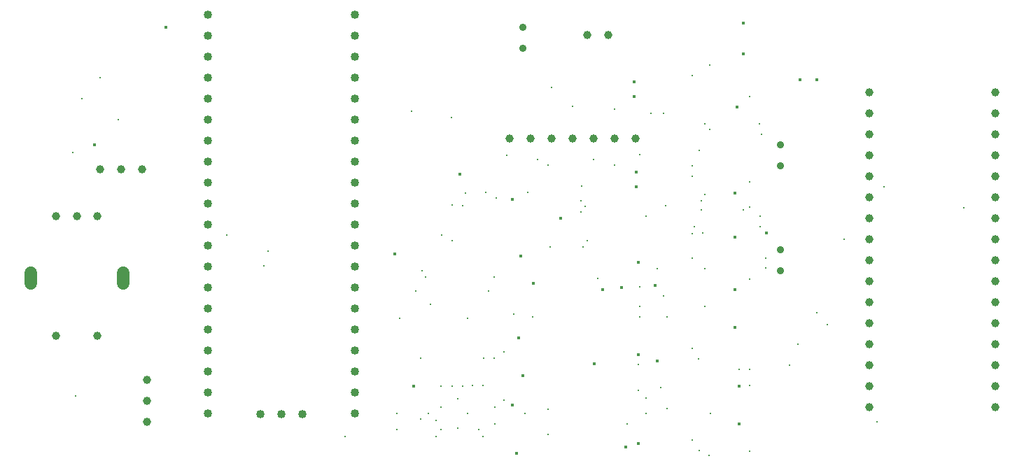
<source format=gbr>
%TF.GenerationSoftware,KiCad,Pcbnew,9.0.4*%
%TF.CreationDate,2025-09-26T12:58:53-07:00*%
%TF.ProjectId,SD-PGMR,53442d50-474d-4522-9e6b-696361645f70,v1.0*%
%TF.SameCoordinates,Original*%
%TF.FileFunction,Plated,1,4,PTH,Mixed*%
%TF.FilePolarity,Positive*%
%FSLAX46Y46*%
G04 Gerber Fmt 4.6, Leading zero omitted, Abs format (unit mm)*
G04 Created by KiCad (PCBNEW 9.0.4) date 2025-09-26 12:58:53*
%MOMM*%
%LPD*%
G01*
G04 APERTURE LIST*
%TA.AperFunction,ViaDrill*%
%ADD10C,0.304800*%
%TD*%
%TA.AperFunction,ViaDrill*%
%ADD11C,0.381000*%
%TD*%
%TA.AperFunction,ComponentDrill*%
%ADD12C,0.900000*%
%TD*%
%TA.AperFunction,ComponentDrill*%
%ADD13C,1.000000*%
%TD*%
%TA.AperFunction,ComponentDrill*%
%ADD14C,1.020000*%
%TD*%
G04 aperture for slot hole*
%TA.AperFunction,ComponentDrill*%
%ADD15C,1.500000*%
%TD*%
G04 APERTURE END LIST*
D10*
X85217000Y-96139000D03*
X85598000Y-125650000D03*
X86360000Y-89662000D03*
X88519000Y-87122000D03*
X90721000Y-92202000D03*
X103835200Y-106172000D03*
X108356400Y-109880400D03*
X108813600Y-108102400D03*
X118173500Y-130492500D03*
X124409200Y-129641600D03*
X124460000Y-127762000D03*
X124764800Y-116179600D03*
X126238000Y-91173300D03*
X126703433Y-112936633D03*
X127288500Y-121031000D03*
X127304800Y-128384300D03*
X127457200Y-110439200D03*
X127863600Y-111201200D03*
X128270000Y-127762000D03*
X128524000Y-114554000D03*
X129184400Y-128574800D03*
X129193500Y-130561539D03*
X129743200Y-127000000D03*
X129743200Y-129641600D03*
X129794000Y-124460000D03*
X129828500Y-106172000D03*
X131064000Y-91948000D03*
X131098500Y-106807000D03*
X131098500Y-124460000D03*
X131114800Y-102489000D03*
X131759552Y-129489200D03*
X131775200Y-125984000D03*
X132358400Y-124460000D03*
X132384800Y-102616000D03*
X132740400Y-101104700D03*
X132994400Y-116179600D03*
X133004152Y-127762000D03*
X133604000Y-124333000D03*
X134366000Y-129667000D03*
X134874000Y-124333000D03*
X134874000Y-130556000D03*
X134892000Y-121031000D03*
X135178800Y-100990400D03*
X135514300Y-112928400D03*
X136178500Y-121031000D03*
X136194800Y-111201200D03*
X136245600Y-126949200D03*
X136245600Y-129032000D03*
X136436100Y-101650800D03*
X137414000Y-120294400D03*
X137414000Y-126111000D03*
X137731500Y-96456500D03*
X138582400Y-115722400D03*
X139954000Y-127762000D03*
X140242500Y-100990400D03*
X140868400Y-116078000D03*
X141478000Y-97028000D03*
X142697200Y-127203200D03*
X142697200Y-130289300D03*
X142748000Y-97663000D03*
X143002000Y-107569000D03*
X143129000Y-88265000D03*
X145669000Y-90551000D03*
X146685000Y-101981000D03*
X146685000Y-103313793D03*
X146812000Y-100215700D03*
X146939000Y-107569000D03*
X147208621Y-102635526D03*
X147462621Y-106819700D03*
X148209000Y-97028000D03*
X148717000Y-111379000D03*
X150749000Y-90932000D03*
X150749000Y-97663000D03*
X152273000Y-129032000D03*
X153670000Y-121793000D03*
X153670000Y-124968000D03*
X153771600Y-112369600D03*
X153797000Y-96393000D03*
X153797000Y-114808000D03*
X153797000Y-116078000D03*
X154559000Y-103881126D03*
X154559000Y-125857000D03*
X154559000Y-127762000D03*
X155194000Y-91440000D03*
X155956000Y-110236000D03*
X156337000Y-124587000D03*
X156718000Y-91440000D03*
X156718000Y-113538000D03*
X156959300Y-102616000D03*
X157088585Y-127139700D03*
X157099000Y-116078000D03*
X160147000Y-86868000D03*
X160147000Y-97790000D03*
X160147000Y-99060000D03*
X160147000Y-108966000D03*
X160147000Y-119888000D03*
X160147000Y-130937000D03*
X160197706Y-105969176D03*
X160401000Y-105156000D03*
X160909000Y-121158000D03*
X161036000Y-95885000D03*
X161036000Y-132207000D03*
X161276300Y-102010144D03*
X161276300Y-103124000D03*
X161417000Y-105918000D03*
X161671000Y-92718900D03*
X161683700Y-101219000D03*
X161718600Y-110236000D03*
X161718600Y-114808000D03*
X162179000Y-132834300D03*
X162306000Y-85598000D03*
X162306000Y-93345000D03*
X162341994Y-127721644D03*
X165862000Y-122428000D03*
X166370000Y-103124000D03*
X167132000Y-89408000D03*
X167132000Y-99682300D03*
X167132000Y-102743000D03*
X167132000Y-111506000D03*
X167132000Y-122428000D03*
X167132000Y-124333000D03*
X167132000Y-132334000D03*
X168275000Y-92718900D03*
X168402000Y-105156000D03*
X168407079Y-103876917D03*
X168529000Y-93980000D03*
X169037000Y-108966000D03*
X169037000Y-110109000D03*
X171958000Y-121920000D03*
X172974000Y-119380000D03*
X175271700Y-115563464D03*
X176530000Y-116967000D03*
X178562000Y-106680000D03*
X182499000Y-128778000D03*
X183388000Y-100330000D03*
X193040000Y-102870000D03*
D11*
X87884000Y-95250000D03*
X96520000Y-81026000D03*
X124206000Y-108458000D03*
X126492000Y-124460000D03*
X132080000Y-98806000D03*
X138430000Y-101854000D03*
X138430000Y-126746000D03*
X138938000Y-132588000D03*
X139192000Y-118618000D03*
X139446000Y-108712000D03*
X139700000Y-123190000D03*
X140970000Y-112014000D03*
X144272000Y-104140000D03*
X148336000Y-121691400D03*
X149352000Y-112776000D03*
X151638000Y-112522000D03*
X152146000Y-131826000D03*
X153162000Y-87630000D03*
X153162000Y-89408000D03*
X153416000Y-98552000D03*
X153416000Y-100330000D03*
X153670000Y-109474000D03*
X153670000Y-120650000D03*
X153670000Y-131371000D03*
X155702000Y-112268000D03*
X155955000Y-121412000D03*
X165354000Y-101092000D03*
X165354000Y-106426000D03*
X165354000Y-112776000D03*
X165354000Y-117348000D03*
X165608000Y-90678000D03*
X165862000Y-124460000D03*
X165862000Y-129032000D03*
X166370000Y-80518000D03*
X166370000Y-84238100D03*
X169164000Y-105918000D03*
X173228000Y-87376000D03*
X175260000Y-87376000D03*
D12*
%TO.C,LED2*%
X139700000Y-81026000D03*
X139700000Y-83566000D03*
%TO.C,LED1*%
X170815000Y-95250000D03*
X170815000Y-97790000D03*
%TO.C,LED3*%
X170815000Y-107950000D03*
X170815000Y-110490000D03*
D13*
%TO.C,RE1*%
X83225000Y-103875000D03*
X83225000Y-118375000D03*
X85725000Y-103875000D03*
X88225000Y-103875000D03*
X88225000Y-118375000D03*
%TO.C,J2*%
X88519000Y-98171000D03*
X91059000Y-98171000D03*
X93599000Y-98171000D03*
%TO.C,J4*%
X94234000Y-123698000D03*
X94234000Y-126238000D03*
X94234000Y-128778000D03*
%TO.C,J1*%
X138083500Y-94488000D03*
X140623500Y-94488000D03*
X143163500Y-94488000D03*
X145703500Y-94488000D03*
%TO.C,J3*%
X147452000Y-81915000D03*
%TO.C,J1*%
X148243500Y-94488000D03*
%TO.C,J3*%
X149992000Y-81915000D03*
%TO.C,J1*%
X150783500Y-94488000D03*
X153323500Y-94488000D03*
%TO.C,U10*%
X181610000Y-88900000D03*
X181610000Y-91440000D03*
X181610000Y-93980000D03*
X181610000Y-96520000D03*
X181610000Y-99060000D03*
X181610000Y-101600000D03*
X181610000Y-104140000D03*
X181610000Y-106680000D03*
X181610000Y-109220000D03*
X181610000Y-111760000D03*
X181610000Y-114300000D03*
X181610000Y-116840000D03*
X181610000Y-119380000D03*
X181610000Y-121920000D03*
X181610000Y-124460000D03*
X181610000Y-127000000D03*
X196850000Y-88900000D03*
X196850000Y-91440000D03*
X196850000Y-93980000D03*
X196850000Y-96520000D03*
X196850000Y-99060000D03*
X196850000Y-101600000D03*
X196850000Y-104140000D03*
X196850000Y-106680000D03*
X196850000Y-109220000D03*
X196850000Y-111760000D03*
X196850000Y-114300000D03*
X196850000Y-116840000D03*
X196850000Y-119380000D03*
X196850000Y-121920000D03*
X196850000Y-124460000D03*
X196850000Y-127000000D03*
D14*
%TO.C,U3*%
X101600000Y-79502000D03*
X101600000Y-82042000D03*
X101600000Y-84582000D03*
X101600000Y-87122000D03*
X101600000Y-89662000D03*
X101600000Y-92202000D03*
X101600000Y-94742000D03*
X101600000Y-97282000D03*
X101600000Y-99822000D03*
X101600000Y-102362000D03*
X101600000Y-104902000D03*
X101600000Y-107442000D03*
X101600000Y-109982000D03*
X101600000Y-112522000D03*
X101600000Y-115062000D03*
X101600000Y-117602000D03*
X101600000Y-120142000D03*
X101600000Y-122682000D03*
X101600000Y-125222000D03*
X101600000Y-127762000D03*
X107954000Y-127802000D03*
X110494000Y-127802000D03*
X113034000Y-127802000D03*
X119380000Y-79502000D03*
X119380000Y-82042000D03*
X119380000Y-84582000D03*
X119380000Y-87122000D03*
X119380000Y-89662000D03*
X119380000Y-92202000D03*
X119380000Y-94742000D03*
X119380000Y-97282000D03*
X119380000Y-99822000D03*
X119380000Y-102362000D03*
X119380000Y-104902000D03*
X119380000Y-107442000D03*
X119380000Y-109982000D03*
X119380000Y-112522000D03*
X119380000Y-115062000D03*
X119380000Y-117602000D03*
X119380000Y-120142000D03*
X119380000Y-122682000D03*
X119380000Y-125222000D03*
X119380000Y-127762000D03*
D15*
%TO.C,RE1*%
X80125000Y-112025000D02*
X80125000Y-110725000D01*
X91325000Y-112025000D02*
X91325000Y-110725000D01*
M02*

</source>
